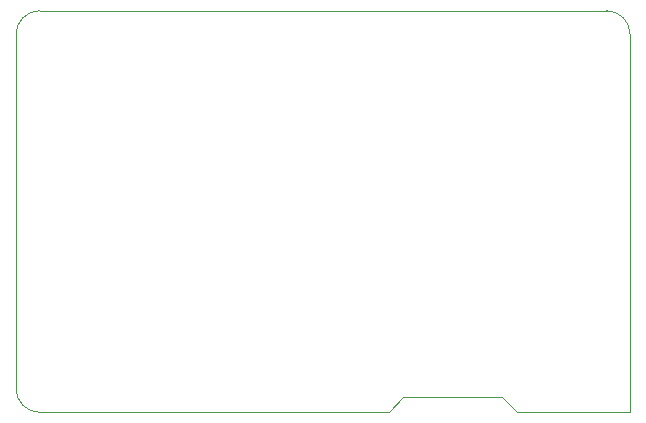
<source format=gm1>
G04 #@! TF.GenerationSoftware,KiCad,Pcbnew,8.0.1*
G04 #@! TF.CreationDate,2024-06-08T15:54:11-04:00*
G04 #@! TF.ProjectId,SAP Mk3.2,53415020-4d6b-4332-9e32-2e6b69636164,rev?*
G04 #@! TF.SameCoordinates,Original*
G04 #@! TF.FileFunction,Profile,NP*
%FSLAX46Y46*%
G04 Gerber Fmt 4.6, Leading zero omitted, Abs format (unit mm)*
G04 Created by KiCad (PCBNEW 8.0.1) date 2024-06-08 15:54:11*
%MOMM*%
%LPD*%
G01*
G04 APERTURE LIST*
G04 #@! TA.AperFunction,Profile*
%ADD10C,0.100000*%
G04 #@! TD*
G04 APERTURE END LIST*
D10*
X119400000Y-79150000D02*
X120700000Y-80450000D01*
X128250000Y-46450000D02*
G75*
G02*
X130250000Y-48450000I0J-2000000D01*
G01*
X78250000Y-78450000D02*
X78250000Y-48450000D01*
X130250000Y-48450000D02*
X130250000Y-80450000D01*
X78250000Y-48450000D02*
G75*
G02*
X80250000Y-46450000I2000000J0D01*
G01*
X111050000Y-79150000D02*
X119400000Y-79150000D01*
X80250000Y-80450000D02*
X109850000Y-80450000D01*
X80250000Y-80450000D02*
G75*
G02*
X78250000Y-78450000I0J2000000D01*
G01*
X80250000Y-46450000D02*
X128250000Y-46450000D01*
X130250000Y-80450000D02*
X120700000Y-80450000D01*
X109850000Y-80450000D02*
X111050000Y-79150000D01*
M02*

</source>
